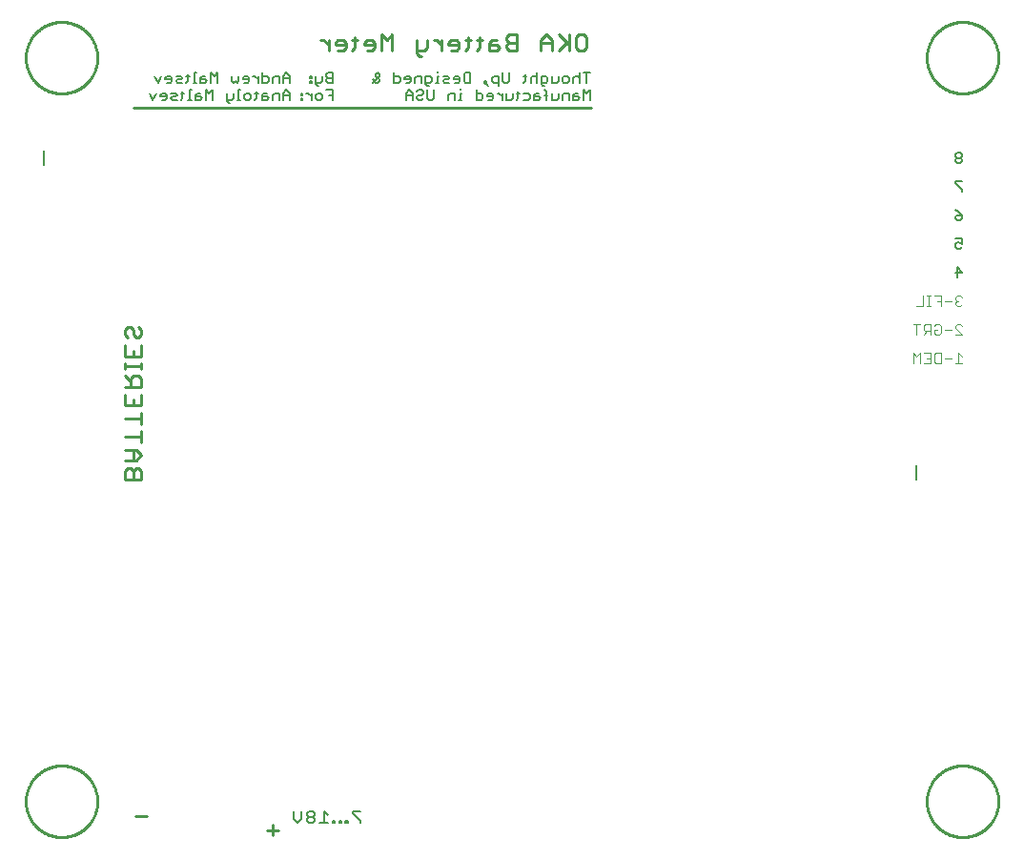
<source format=gbo>
G75*
%MOIN*%
%OFA0B0*%
%FSLAX25Y25*%
%IPPOS*%
%LPD*%
%AMOC8*
5,1,8,0,0,1.08239X$1,22.5*
%
%ADD10C,0.00800*%
%ADD11C,0.01000*%
%ADD12C,0.01100*%
%ADD13C,0.00600*%
%ADD14C,0.00400*%
D10*
X0097580Y0010635D02*
X0097580Y0013437D01*
X0100382Y0013437D02*
X0100382Y0010635D01*
X0098981Y0009233D01*
X0097580Y0010635D01*
X0102184Y0010635D02*
X0102184Y0009934D01*
X0102884Y0009233D01*
X0104286Y0009233D01*
X0104986Y0009934D01*
X0104986Y0010635D01*
X0104286Y0011335D01*
X0102884Y0011335D01*
X0102184Y0010635D01*
X0102884Y0011335D02*
X0102184Y0012036D01*
X0102184Y0012736D01*
X0102884Y0013437D01*
X0104286Y0013437D01*
X0104986Y0012736D01*
X0104986Y0012036D01*
X0104286Y0011335D01*
X0106788Y0009233D02*
X0109590Y0009233D01*
X0108189Y0009233D02*
X0108189Y0013437D01*
X0109590Y0012036D01*
X0111192Y0009934D02*
X0111192Y0009233D01*
X0111892Y0009233D01*
X0111892Y0009934D01*
X0111192Y0009934D01*
X0113494Y0009934D02*
X0113494Y0009233D01*
X0114194Y0009233D01*
X0114194Y0009934D01*
X0113494Y0009934D01*
X0115795Y0009934D02*
X0115795Y0009233D01*
X0116496Y0009233D01*
X0116496Y0009934D01*
X0115795Y0009934D01*
X0118298Y0012736D02*
X0121100Y0009934D01*
X0121100Y0009233D01*
X0121100Y0013437D02*
X0118298Y0013437D01*
X0118298Y0012736D01*
X0315425Y0129333D02*
X0315425Y0134333D01*
X0010425Y0239333D02*
X0010425Y0244333D01*
D11*
X0004000Y0016833D02*
X0004004Y0017140D01*
X0004015Y0017446D01*
X0004034Y0017753D01*
X0004060Y0018058D01*
X0004094Y0018363D01*
X0004135Y0018667D01*
X0004184Y0018970D01*
X0004240Y0019272D01*
X0004304Y0019572D01*
X0004375Y0019870D01*
X0004453Y0020167D01*
X0004538Y0020462D01*
X0004631Y0020754D01*
X0004731Y0021044D01*
X0004838Y0021332D01*
X0004952Y0021617D01*
X0005072Y0021899D01*
X0005200Y0022177D01*
X0005335Y0022453D01*
X0005476Y0022725D01*
X0005624Y0022994D01*
X0005778Y0023259D01*
X0005939Y0023520D01*
X0006107Y0023778D01*
X0006280Y0024031D01*
X0006460Y0024279D01*
X0006646Y0024523D01*
X0006837Y0024763D01*
X0007035Y0024998D01*
X0007238Y0025227D01*
X0007447Y0025452D01*
X0007661Y0025672D01*
X0007881Y0025886D01*
X0008106Y0026095D01*
X0008335Y0026298D01*
X0008570Y0026496D01*
X0008810Y0026687D01*
X0009054Y0026873D01*
X0009302Y0027053D01*
X0009555Y0027226D01*
X0009813Y0027394D01*
X0010074Y0027555D01*
X0010339Y0027709D01*
X0010608Y0027857D01*
X0010880Y0027998D01*
X0011156Y0028133D01*
X0011434Y0028261D01*
X0011716Y0028381D01*
X0012001Y0028495D01*
X0012289Y0028602D01*
X0012579Y0028702D01*
X0012871Y0028795D01*
X0013166Y0028880D01*
X0013463Y0028958D01*
X0013761Y0029029D01*
X0014061Y0029093D01*
X0014363Y0029149D01*
X0014666Y0029198D01*
X0014970Y0029239D01*
X0015275Y0029273D01*
X0015580Y0029299D01*
X0015887Y0029318D01*
X0016193Y0029329D01*
X0016500Y0029333D01*
X0016807Y0029329D01*
X0017113Y0029318D01*
X0017420Y0029299D01*
X0017725Y0029273D01*
X0018030Y0029239D01*
X0018334Y0029198D01*
X0018637Y0029149D01*
X0018939Y0029093D01*
X0019239Y0029029D01*
X0019537Y0028958D01*
X0019834Y0028880D01*
X0020129Y0028795D01*
X0020421Y0028702D01*
X0020711Y0028602D01*
X0020999Y0028495D01*
X0021284Y0028381D01*
X0021566Y0028261D01*
X0021844Y0028133D01*
X0022120Y0027998D01*
X0022392Y0027857D01*
X0022661Y0027709D01*
X0022926Y0027555D01*
X0023187Y0027394D01*
X0023445Y0027226D01*
X0023698Y0027053D01*
X0023946Y0026873D01*
X0024190Y0026687D01*
X0024430Y0026496D01*
X0024665Y0026298D01*
X0024894Y0026095D01*
X0025119Y0025886D01*
X0025339Y0025672D01*
X0025553Y0025452D01*
X0025762Y0025227D01*
X0025965Y0024998D01*
X0026163Y0024763D01*
X0026354Y0024523D01*
X0026540Y0024279D01*
X0026720Y0024031D01*
X0026893Y0023778D01*
X0027061Y0023520D01*
X0027222Y0023259D01*
X0027376Y0022994D01*
X0027524Y0022725D01*
X0027665Y0022453D01*
X0027800Y0022177D01*
X0027928Y0021899D01*
X0028048Y0021617D01*
X0028162Y0021332D01*
X0028269Y0021044D01*
X0028369Y0020754D01*
X0028462Y0020462D01*
X0028547Y0020167D01*
X0028625Y0019870D01*
X0028696Y0019572D01*
X0028760Y0019272D01*
X0028816Y0018970D01*
X0028865Y0018667D01*
X0028906Y0018363D01*
X0028940Y0018058D01*
X0028966Y0017753D01*
X0028985Y0017446D01*
X0028996Y0017140D01*
X0029000Y0016833D01*
X0028996Y0016526D01*
X0028985Y0016220D01*
X0028966Y0015913D01*
X0028940Y0015608D01*
X0028906Y0015303D01*
X0028865Y0014999D01*
X0028816Y0014696D01*
X0028760Y0014394D01*
X0028696Y0014094D01*
X0028625Y0013796D01*
X0028547Y0013499D01*
X0028462Y0013204D01*
X0028369Y0012912D01*
X0028269Y0012622D01*
X0028162Y0012334D01*
X0028048Y0012049D01*
X0027928Y0011767D01*
X0027800Y0011489D01*
X0027665Y0011213D01*
X0027524Y0010941D01*
X0027376Y0010672D01*
X0027222Y0010407D01*
X0027061Y0010146D01*
X0026893Y0009888D01*
X0026720Y0009635D01*
X0026540Y0009387D01*
X0026354Y0009143D01*
X0026163Y0008903D01*
X0025965Y0008668D01*
X0025762Y0008439D01*
X0025553Y0008214D01*
X0025339Y0007994D01*
X0025119Y0007780D01*
X0024894Y0007571D01*
X0024665Y0007368D01*
X0024430Y0007170D01*
X0024190Y0006979D01*
X0023946Y0006793D01*
X0023698Y0006613D01*
X0023445Y0006440D01*
X0023187Y0006272D01*
X0022926Y0006111D01*
X0022661Y0005957D01*
X0022392Y0005809D01*
X0022120Y0005668D01*
X0021844Y0005533D01*
X0021566Y0005405D01*
X0021284Y0005285D01*
X0020999Y0005171D01*
X0020711Y0005064D01*
X0020421Y0004964D01*
X0020129Y0004871D01*
X0019834Y0004786D01*
X0019537Y0004708D01*
X0019239Y0004637D01*
X0018939Y0004573D01*
X0018637Y0004517D01*
X0018334Y0004468D01*
X0018030Y0004427D01*
X0017725Y0004393D01*
X0017420Y0004367D01*
X0017113Y0004348D01*
X0016807Y0004337D01*
X0016500Y0004333D01*
X0016193Y0004337D01*
X0015887Y0004348D01*
X0015580Y0004367D01*
X0015275Y0004393D01*
X0014970Y0004427D01*
X0014666Y0004468D01*
X0014363Y0004517D01*
X0014061Y0004573D01*
X0013761Y0004637D01*
X0013463Y0004708D01*
X0013166Y0004786D01*
X0012871Y0004871D01*
X0012579Y0004964D01*
X0012289Y0005064D01*
X0012001Y0005171D01*
X0011716Y0005285D01*
X0011434Y0005405D01*
X0011156Y0005533D01*
X0010880Y0005668D01*
X0010608Y0005809D01*
X0010339Y0005957D01*
X0010074Y0006111D01*
X0009813Y0006272D01*
X0009555Y0006440D01*
X0009302Y0006613D01*
X0009054Y0006793D01*
X0008810Y0006979D01*
X0008570Y0007170D01*
X0008335Y0007368D01*
X0008106Y0007571D01*
X0007881Y0007780D01*
X0007661Y0007994D01*
X0007447Y0008214D01*
X0007238Y0008439D01*
X0007035Y0008668D01*
X0006837Y0008903D01*
X0006646Y0009143D01*
X0006460Y0009387D01*
X0006280Y0009635D01*
X0006107Y0009888D01*
X0005939Y0010146D01*
X0005778Y0010407D01*
X0005624Y0010672D01*
X0005476Y0010941D01*
X0005335Y0011213D01*
X0005200Y0011489D01*
X0005072Y0011767D01*
X0004952Y0012049D01*
X0004838Y0012334D01*
X0004731Y0012622D01*
X0004631Y0012912D01*
X0004538Y0013204D01*
X0004453Y0013499D01*
X0004375Y0013796D01*
X0004304Y0014094D01*
X0004240Y0014394D01*
X0004184Y0014696D01*
X0004135Y0014999D01*
X0004094Y0015303D01*
X0004060Y0015608D01*
X0004034Y0015913D01*
X0004015Y0016220D01*
X0004004Y0016526D01*
X0004000Y0016833D01*
X0041500Y0259333D02*
X0201500Y0259333D01*
X0199066Y0279333D02*
X0197198Y0279333D01*
X0196263Y0280267D01*
X0196263Y0284004D01*
X0197198Y0284938D01*
X0199066Y0284938D01*
X0200000Y0284004D01*
X0200000Y0280267D01*
X0199066Y0279333D01*
X0193923Y0279333D02*
X0193923Y0284938D01*
X0192989Y0282136D02*
X0190186Y0279333D01*
X0187846Y0279333D02*
X0187846Y0283070D01*
X0185977Y0284938D01*
X0184109Y0283070D01*
X0184109Y0279333D01*
X0184109Y0282136D02*
X0187846Y0282136D01*
X0190186Y0284938D02*
X0193923Y0281202D01*
X0175691Y0282136D02*
X0172889Y0282136D01*
X0171955Y0281202D01*
X0171955Y0280267D01*
X0172889Y0279333D01*
X0175691Y0279333D01*
X0175691Y0284938D01*
X0172889Y0284938D01*
X0171955Y0284004D01*
X0171955Y0283070D01*
X0172889Y0282136D01*
X0169614Y0280267D02*
X0168680Y0281202D01*
X0165878Y0281202D01*
X0165878Y0282136D02*
X0165878Y0279333D01*
X0168680Y0279333D01*
X0169614Y0280267D01*
X0168680Y0283070D02*
X0166812Y0283070D01*
X0165878Y0282136D01*
X0163537Y0283070D02*
X0161669Y0283070D01*
X0162603Y0284004D02*
X0162603Y0280267D01*
X0161669Y0279333D01*
X0158551Y0280267D02*
X0158551Y0284004D01*
X0159485Y0283070D02*
X0157617Y0283070D01*
X0155434Y0282136D02*
X0155434Y0280267D01*
X0154500Y0279333D01*
X0152632Y0279333D01*
X0151697Y0281202D02*
X0155434Y0281202D01*
X0155434Y0282136D02*
X0154500Y0283070D01*
X0152632Y0283070D01*
X0151697Y0282136D01*
X0151697Y0281202D01*
X0149357Y0281202D02*
X0147489Y0283070D01*
X0146554Y0283070D01*
X0144292Y0283070D02*
X0144292Y0280267D01*
X0143358Y0279333D01*
X0140556Y0279333D01*
X0140556Y0278399D02*
X0141490Y0277465D01*
X0142424Y0277465D01*
X0140556Y0278399D02*
X0140556Y0283070D01*
X0149357Y0283070D02*
X0149357Y0279333D01*
X0157617Y0279333D02*
X0158551Y0280267D01*
X0132138Y0279333D02*
X0132138Y0284938D01*
X0130270Y0283070D01*
X0128402Y0284938D01*
X0128402Y0279333D01*
X0126061Y0280267D02*
X0126061Y0282136D01*
X0125127Y0283070D01*
X0123258Y0283070D01*
X0122324Y0282136D01*
X0122324Y0281202D01*
X0126061Y0281202D01*
X0126061Y0280267D02*
X0125127Y0279333D01*
X0123258Y0279333D01*
X0119050Y0280267D02*
X0119050Y0284004D01*
X0119984Y0283070D02*
X0118115Y0283070D01*
X0115932Y0282136D02*
X0114998Y0283070D01*
X0113130Y0283070D01*
X0112196Y0282136D01*
X0112196Y0281202D01*
X0115932Y0281202D01*
X0115932Y0282136D02*
X0115932Y0280267D01*
X0114998Y0279333D01*
X0113130Y0279333D01*
X0109855Y0279333D02*
X0109855Y0283070D01*
X0107987Y0283070D02*
X0107053Y0283070D01*
X0107987Y0283070D02*
X0109855Y0281202D01*
X0118115Y0279333D02*
X0119050Y0280267D01*
X0004000Y0276833D02*
X0004004Y0277140D01*
X0004015Y0277446D01*
X0004034Y0277753D01*
X0004060Y0278058D01*
X0004094Y0278363D01*
X0004135Y0278667D01*
X0004184Y0278970D01*
X0004240Y0279272D01*
X0004304Y0279572D01*
X0004375Y0279870D01*
X0004453Y0280167D01*
X0004538Y0280462D01*
X0004631Y0280754D01*
X0004731Y0281044D01*
X0004838Y0281332D01*
X0004952Y0281617D01*
X0005072Y0281899D01*
X0005200Y0282177D01*
X0005335Y0282453D01*
X0005476Y0282725D01*
X0005624Y0282994D01*
X0005778Y0283259D01*
X0005939Y0283520D01*
X0006107Y0283778D01*
X0006280Y0284031D01*
X0006460Y0284279D01*
X0006646Y0284523D01*
X0006837Y0284763D01*
X0007035Y0284998D01*
X0007238Y0285227D01*
X0007447Y0285452D01*
X0007661Y0285672D01*
X0007881Y0285886D01*
X0008106Y0286095D01*
X0008335Y0286298D01*
X0008570Y0286496D01*
X0008810Y0286687D01*
X0009054Y0286873D01*
X0009302Y0287053D01*
X0009555Y0287226D01*
X0009813Y0287394D01*
X0010074Y0287555D01*
X0010339Y0287709D01*
X0010608Y0287857D01*
X0010880Y0287998D01*
X0011156Y0288133D01*
X0011434Y0288261D01*
X0011716Y0288381D01*
X0012001Y0288495D01*
X0012289Y0288602D01*
X0012579Y0288702D01*
X0012871Y0288795D01*
X0013166Y0288880D01*
X0013463Y0288958D01*
X0013761Y0289029D01*
X0014061Y0289093D01*
X0014363Y0289149D01*
X0014666Y0289198D01*
X0014970Y0289239D01*
X0015275Y0289273D01*
X0015580Y0289299D01*
X0015887Y0289318D01*
X0016193Y0289329D01*
X0016500Y0289333D01*
X0016807Y0289329D01*
X0017113Y0289318D01*
X0017420Y0289299D01*
X0017725Y0289273D01*
X0018030Y0289239D01*
X0018334Y0289198D01*
X0018637Y0289149D01*
X0018939Y0289093D01*
X0019239Y0289029D01*
X0019537Y0288958D01*
X0019834Y0288880D01*
X0020129Y0288795D01*
X0020421Y0288702D01*
X0020711Y0288602D01*
X0020999Y0288495D01*
X0021284Y0288381D01*
X0021566Y0288261D01*
X0021844Y0288133D01*
X0022120Y0287998D01*
X0022392Y0287857D01*
X0022661Y0287709D01*
X0022926Y0287555D01*
X0023187Y0287394D01*
X0023445Y0287226D01*
X0023698Y0287053D01*
X0023946Y0286873D01*
X0024190Y0286687D01*
X0024430Y0286496D01*
X0024665Y0286298D01*
X0024894Y0286095D01*
X0025119Y0285886D01*
X0025339Y0285672D01*
X0025553Y0285452D01*
X0025762Y0285227D01*
X0025965Y0284998D01*
X0026163Y0284763D01*
X0026354Y0284523D01*
X0026540Y0284279D01*
X0026720Y0284031D01*
X0026893Y0283778D01*
X0027061Y0283520D01*
X0027222Y0283259D01*
X0027376Y0282994D01*
X0027524Y0282725D01*
X0027665Y0282453D01*
X0027800Y0282177D01*
X0027928Y0281899D01*
X0028048Y0281617D01*
X0028162Y0281332D01*
X0028269Y0281044D01*
X0028369Y0280754D01*
X0028462Y0280462D01*
X0028547Y0280167D01*
X0028625Y0279870D01*
X0028696Y0279572D01*
X0028760Y0279272D01*
X0028816Y0278970D01*
X0028865Y0278667D01*
X0028906Y0278363D01*
X0028940Y0278058D01*
X0028966Y0277753D01*
X0028985Y0277446D01*
X0028996Y0277140D01*
X0029000Y0276833D01*
X0028996Y0276526D01*
X0028985Y0276220D01*
X0028966Y0275913D01*
X0028940Y0275608D01*
X0028906Y0275303D01*
X0028865Y0274999D01*
X0028816Y0274696D01*
X0028760Y0274394D01*
X0028696Y0274094D01*
X0028625Y0273796D01*
X0028547Y0273499D01*
X0028462Y0273204D01*
X0028369Y0272912D01*
X0028269Y0272622D01*
X0028162Y0272334D01*
X0028048Y0272049D01*
X0027928Y0271767D01*
X0027800Y0271489D01*
X0027665Y0271213D01*
X0027524Y0270941D01*
X0027376Y0270672D01*
X0027222Y0270407D01*
X0027061Y0270146D01*
X0026893Y0269888D01*
X0026720Y0269635D01*
X0026540Y0269387D01*
X0026354Y0269143D01*
X0026163Y0268903D01*
X0025965Y0268668D01*
X0025762Y0268439D01*
X0025553Y0268214D01*
X0025339Y0267994D01*
X0025119Y0267780D01*
X0024894Y0267571D01*
X0024665Y0267368D01*
X0024430Y0267170D01*
X0024190Y0266979D01*
X0023946Y0266793D01*
X0023698Y0266613D01*
X0023445Y0266440D01*
X0023187Y0266272D01*
X0022926Y0266111D01*
X0022661Y0265957D01*
X0022392Y0265809D01*
X0022120Y0265668D01*
X0021844Y0265533D01*
X0021566Y0265405D01*
X0021284Y0265285D01*
X0020999Y0265171D01*
X0020711Y0265064D01*
X0020421Y0264964D01*
X0020129Y0264871D01*
X0019834Y0264786D01*
X0019537Y0264708D01*
X0019239Y0264637D01*
X0018939Y0264573D01*
X0018637Y0264517D01*
X0018334Y0264468D01*
X0018030Y0264427D01*
X0017725Y0264393D01*
X0017420Y0264367D01*
X0017113Y0264348D01*
X0016807Y0264337D01*
X0016500Y0264333D01*
X0016193Y0264337D01*
X0015887Y0264348D01*
X0015580Y0264367D01*
X0015275Y0264393D01*
X0014970Y0264427D01*
X0014666Y0264468D01*
X0014363Y0264517D01*
X0014061Y0264573D01*
X0013761Y0264637D01*
X0013463Y0264708D01*
X0013166Y0264786D01*
X0012871Y0264871D01*
X0012579Y0264964D01*
X0012289Y0265064D01*
X0012001Y0265171D01*
X0011716Y0265285D01*
X0011434Y0265405D01*
X0011156Y0265533D01*
X0010880Y0265668D01*
X0010608Y0265809D01*
X0010339Y0265957D01*
X0010074Y0266111D01*
X0009813Y0266272D01*
X0009555Y0266440D01*
X0009302Y0266613D01*
X0009054Y0266793D01*
X0008810Y0266979D01*
X0008570Y0267170D01*
X0008335Y0267368D01*
X0008106Y0267571D01*
X0007881Y0267780D01*
X0007661Y0267994D01*
X0007447Y0268214D01*
X0007238Y0268439D01*
X0007035Y0268668D01*
X0006837Y0268903D01*
X0006646Y0269143D01*
X0006460Y0269387D01*
X0006280Y0269635D01*
X0006107Y0269888D01*
X0005939Y0270146D01*
X0005778Y0270407D01*
X0005624Y0270672D01*
X0005476Y0270941D01*
X0005335Y0271213D01*
X0005200Y0271489D01*
X0005072Y0271767D01*
X0004952Y0272049D01*
X0004838Y0272334D01*
X0004731Y0272622D01*
X0004631Y0272912D01*
X0004538Y0273204D01*
X0004453Y0273499D01*
X0004375Y0273796D01*
X0004304Y0274094D01*
X0004240Y0274394D01*
X0004184Y0274696D01*
X0004135Y0274999D01*
X0004094Y0275303D01*
X0004060Y0275608D01*
X0004034Y0275913D01*
X0004015Y0276220D01*
X0004004Y0276526D01*
X0004000Y0276833D01*
X0319000Y0276833D02*
X0319004Y0277140D01*
X0319015Y0277446D01*
X0319034Y0277753D01*
X0319060Y0278058D01*
X0319094Y0278363D01*
X0319135Y0278667D01*
X0319184Y0278970D01*
X0319240Y0279272D01*
X0319304Y0279572D01*
X0319375Y0279870D01*
X0319453Y0280167D01*
X0319538Y0280462D01*
X0319631Y0280754D01*
X0319731Y0281044D01*
X0319838Y0281332D01*
X0319952Y0281617D01*
X0320072Y0281899D01*
X0320200Y0282177D01*
X0320335Y0282453D01*
X0320476Y0282725D01*
X0320624Y0282994D01*
X0320778Y0283259D01*
X0320939Y0283520D01*
X0321107Y0283778D01*
X0321280Y0284031D01*
X0321460Y0284279D01*
X0321646Y0284523D01*
X0321837Y0284763D01*
X0322035Y0284998D01*
X0322238Y0285227D01*
X0322447Y0285452D01*
X0322661Y0285672D01*
X0322881Y0285886D01*
X0323106Y0286095D01*
X0323335Y0286298D01*
X0323570Y0286496D01*
X0323810Y0286687D01*
X0324054Y0286873D01*
X0324302Y0287053D01*
X0324555Y0287226D01*
X0324813Y0287394D01*
X0325074Y0287555D01*
X0325339Y0287709D01*
X0325608Y0287857D01*
X0325880Y0287998D01*
X0326156Y0288133D01*
X0326434Y0288261D01*
X0326716Y0288381D01*
X0327001Y0288495D01*
X0327289Y0288602D01*
X0327579Y0288702D01*
X0327871Y0288795D01*
X0328166Y0288880D01*
X0328463Y0288958D01*
X0328761Y0289029D01*
X0329061Y0289093D01*
X0329363Y0289149D01*
X0329666Y0289198D01*
X0329970Y0289239D01*
X0330275Y0289273D01*
X0330580Y0289299D01*
X0330887Y0289318D01*
X0331193Y0289329D01*
X0331500Y0289333D01*
X0331807Y0289329D01*
X0332113Y0289318D01*
X0332420Y0289299D01*
X0332725Y0289273D01*
X0333030Y0289239D01*
X0333334Y0289198D01*
X0333637Y0289149D01*
X0333939Y0289093D01*
X0334239Y0289029D01*
X0334537Y0288958D01*
X0334834Y0288880D01*
X0335129Y0288795D01*
X0335421Y0288702D01*
X0335711Y0288602D01*
X0335999Y0288495D01*
X0336284Y0288381D01*
X0336566Y0288261D01*
X0336844Y0288133D01*
X0337120Y0287998D01*
X0337392Y0287857D01*
X0337661Y0287709D01*
X0337926Y0287555D01*
X0338187Y0287394D01*
X0338445Y0287226D01*
X0338698Y0287053D01*
X0338946Y0286873D01*
X0339190Y0286687D01*
X0339430Y0286496D01*
X0339665Y0286298D01*
X0339894Y0286095D01*
X0340119Y0285886D01*
X0340339Y0285672D01*
X0340553Y0285452D01*
X0340762Y0285227D01*
X0340965Y0284998D01*
X0341163Y0284763D01*
X0341354Y0284523D01*
X0341540Y0284279D01*
X0341720Y0284031D01*
X0341893Y0283778D01*
X0342061Y0283520D01*
X0342222Y0283259D01*
X0342376Y0282994D01*
X0342524Y0282725D01*
X0342665Y0282453D01*
X0342800Y0282177D01*
X0342928Y0281899D01*
X0343048Y0281617D01*
X0343162Y0281332D01*
X0343269Y0281044D01*
X0343369Y0280754D01*
X0343462Y0280462D01*
X0343547Y0280167D01*
X0343625Y0279870D01*
X0343696Y0279572D01*
X0343760Y0279272D01*
X0343816Y0278970D01*
X0343865Y0278667D01*
X0343906Y0278363D01*
X0343940Y0278058D01*
X0343966Y0277753D01*
X0343985Y0277446D01*
X0343996Y0277140D01*
X0344000Y0276833D01*
X0343996Y0276526D01*
X0343985Y0276220D01*
X0343966Y0275913D01*
X0343940Y0275608D01*
X0343906Y0275303D01*
X0343865Y0274999D01*
X0343816Y0274696D01*
X0343760Y0274394D01*
X0343696Y0274094D01*
X0343625Y0273796D01*
X0343547Y0273499D01*
X0343462Y0273204D01*
X0343369Y0272912D01*
X0343269Y0272622D01*
X0343162Y0272334D01*
X0343048Y0272049D01*
X0342928Y0271767D01*
X0342800Y0271489D01*
X0342665Y0271213D01*
X0342524Y0270941D01*
X0342376Y0270672D01*
X0342222Y0270407D01*
X0342061Y0270146D01*
X0341893Y0269888D01*
X0341720Y0269635D01*
X0341540Y0269387D01*
X0341354Y0269143D01*
X0341163Y0268903D01*
X0340965Y0268668D01*
X0340762Y0268439D01*
X0340553Y0268214D01*
X0340339Y0267994D01*
X0340119Y0267780D01*
X0339894Y0267571D01*
X0339665Y0267368D01*
X0339430Y0267170D01*
X0339190Y0266979D01*
X0338946Y0266793D01*
X0338698Y0266613D01*
X0338445Y0266440D01*
X0338187Y0266272D01*
X0337926Y0266111D01*
X0337661Y0265957D01*
X0337392Y0265809D01*
X0337120Y0265668D01*
X0336844Y0265533D01*
X0336566Y0265405D01*
X0336284Y0265285D01*
X0335999Y0265171D01*
X0335711Y0265064D01*
X0335421Y0264964D01*
X0335129Y0264871D01*
X0334834Y0264786D01*
X0334537Y0264708D01*
X0334239Y0264637D01*
X0333939Y0264573D01*
X0333637Y0264517D01*
X0333334Y0264468D01*
X0333030Y0264427D01*
X0332725Y0264393D01*
X0332420Y0264367D01*
X0332113Y0264348D01*
X0331807Y0264337D01*
X0331500Y0264333D01*
X0331193Y0264337D01*
X0330887Y0264348D01*
X0330580Y0264367D01*
X0330275Y0264393D01*
X0329970Y0264427D01*
X0329666Y0264468D01*
X0329363Y0264517D01*
X0329061Y0264573D01*
X0328761Y0264637D01*
X0328463Y0264708D01*
X0328166Y0264786D01*
X0327871Y0264871D01*
X0327579Y0264964D01*
X0327289Y0265064D01*
X0327001Y0265171D01*
X0326716Y0265285D01*
X0326434Y0265405D01*
X0326156Y0265533D01*
X0325880Y0265668D01*
X0325608Y0265809D01*
X0325339Y0265957D01*
X0325074Y0266111D01*
X0324813Y0266272D01*
X0324555Y0266440D01*
X0324302Y0266613D01*
X0324054Y0266793D01*
X0323810Y0266979D01*
X0323570Y0267170D01*
X0323335Y0267368D01*
X0323106Y0267571D01*
X0322881Y0267780D01*
X0322661Y0267994D01*
X0322447Y0268214D01*
X0322238Y0268439D01*
X0322035Y0268668D01*
X0321837Y0268903D01*
X0321646Y0269143D01*
X0321460Y0269387D01*
X0321280Y0269635D01*
X0321107Y0269888D01*
X0320939Y0270146D01*
X0320778Y0270407D01*
X0320624Y0270672D01*
X0320476Y0270941D01*
X0320335Y0271213D01*
X0320200Y0271489D01*
X0320072Y0271767D01*
X0319952Y0272049D01*
X0319838Y0272334D01*
X0319731Y0272622D01*
X0319631Y0272912D01*
X0319538Y0273204D01*
X0319453Y0273499D01*
X0319375Y0273796D01*
X0319304Y0274094D01*
X0319240Y0274394D01*
X0319184Y0274696D01*
X0319135Y0274999D01*
X0319094Y0275303D01*
X0319060Y0275608D01*
X0319034Y0275913D01*
X0319015Y0276220D01*
X0319004Y0276526D01*
X0319000Y0276833D01*
X0319000Y0016833D02*
X0319004Y0017140D01*
X0319015Y0017446D01*
X0319034Y0017753D01*
X0319060Y0018058D01*
X0319094Y0018363D01*
X0319135Y0018667D01*
X0319184Y0018970D01*
X0319240Y0019272D01*
X0319304Y0019572D01*
X0319375Y0019870D01*
X0319453Y0020167D01*
X0319538Y0020462D01*
X0319631Y0020754D01*
X0319731Y0021044D01*
X0319838Y0021332D01*
X0319952Y0021617D01*
X0320072Y0021899D01*
X0320200Y0022177D01*
X0320335Y0022453D01*
X0320476Y0022725D01*
X0320624Y0022994D01*
X0320778Y0023259D01*
X0320939Y0023520D01*
X0321107Y0023778D01*
X0321280Y0024031D01*
X0321460Y0024279D01*
X0321646Y0024523D01*
X0321837Y0024763D01*
X0322035Y0024998D01*
X0322238Y0025227D01*
X0322447Y0025452D01*
X0322661Y0025672D01*
X0322881Y0025886D01*
X0323106Y0026095D01*
X0323335Y0026298D01*
X0323570Y0026496D01*
X0323810Y0026687D01*
X0324054Y0026873D01*
X0324302Y0027053D01*
X0324555Y0027226D01*
X0324813Y0027394D01*
X0325074Y0027555D01*
X0325339Y0027709D01*
X0325608Y0027857D01*
X0325880Y0027998D01*
X0326156Y0028133D01*
X0326434Y0028261D01*
X0326716Y0028381D01*
X0327001Y0028495D01*
X0327289Y0028602D01*
X0327579Y0028702D01*
X0327871Y0028795D01*
X0328166Y0028880D01*
X0328463Y0028958D01*
X0328761Y0029029D01*
X0329061Y0029093D01*
X0329363Y0029149D01*
X0329666Y0029198D01*
X0329970Y0029239D01*
X0330275Y0029273D01*
X0330580Y0029299D01*
X0330887Y0029318D01*
X0331193Y0029329D01*
X0331500Y0029333D01*
X0331807Y0029329D01*
X0332113Y0029318D01*
X0332420Y0029299D01*
X0332725Y0029273D01*
X0333030Y0029239D01*
X0333334Y0029198D01*
X0333637Y0029149D01*
X0333939Y0029093D01*
X0334239Y0029029D01*
X0334537Y0028958D01*
X0334834Y0028880D01*
X0335129Y0028795D01*
X0335421Y0028702D01*
X0335711Y0028602D01*
X0335999Y0028495D01*
X0336284Y0028381D01*
X0336566Y0028261D01*
X0336844Y0028133D01*
X0337120Y0027998D01*
X0337392Y0027857D01*
X0337661Y0027709D01*
X0337926Y0027555D01*
X0338187Y0027394D01*
X0338445Y0027226D01*
X0338698Y0027053D01*
X0338946Y0026873D01*
X0339190Y0026687D01*
X0339430Y0026496D01*
X0339665Y0026298D01*
X0339894Y0026095D01*
X0340119Y0025886D01*
X0340339Y0025672D01*
X0340553Y0025452D01*
X0340762Y0025227D01*
X0340965Y0024998D01*
X0341163Y0024763D01*
X0341354Y0024523D01*
X0341540Y0024279D01*
X0341720Y0024031D01*
X0341893Y0023778D01*
X0342061Y0023520D01*
X0342222Y0023259D01*
X0342376Y0022994D01*
X0342524Y0022725D01*
X0342665Y0022453D01*
X0342800Y0022177D01*
X0342928Y0021899D01*
X0343048Y0021617D01*
X0343162Y0021332D01*
X0343269Y0021044D01*
X0343369Y0020754D01*
X0343462Y0020462D01*
X0343547Y0020167D01*
X0343625Y0019870D01*
X0343696Y0019572D01*
X0343760Y0019272D01*
X0343816Y0018970D01*
X0343865Y0018667D01*
X0343906Y0018363D01*
X0343940Y0018058D01*
X0343966Y0017753D01*
X0343985Y0017446D01*
X0343996Y0017140D01*
X0344000Y0016833D01*
X0343996Y0016526D01*
X0343985Y0016220D01*
X0343966Y0015913D01*
X0343940Y0015608D01*
X0343906Y0015303D01*
X0343865Y0014999D01*
X0343816Y0014696D01*
X0343760Y0014394D01*
X0343696Y0014094D01*
X0343625Y0013796D01*
X0343547Y0013499D01*
X0343462Y0013204D01*
X0343369Y0012912D01*
X0343269Y0012622D01*
X0343162Y0012334D01*
X0343048Y0012049D01*
X0342928Y0011767D01*
X0342800Y0011489D01*
X0342665Y0011213D01*
X0342524Y0010941D01*
X0342376Y0010672D01*
X0342222Y0010407D01*
X0342061Y0010146D01*
X0341893Y0009888D01*
X0341720Y0009635D01*
X0341540Y0009387D01*
X0341354Y0009143D01*
X0341163Y0008903D01*
X0340965Y0008668D01*
X0340762Y0008439D01*
X0340553Y0008214D01*
X0340339Y0007994D01*
X0340119Y0007780D01*
X0339894Y0007571D01*
X0339665Y0007368D01*
X0339430Y0007170D01*
X0339190Y0006979D01*
X0338946Y0006793D01*
X0338698Y0006613D01*
X0338445Y0006440D01*
X0338187Y0006272D01*
X0337926Y0006111D01*
X0337661Y0005957D01*
X0337392Y0005809D01*
X0337120Y0005668D01*
X0336844Y0005533D01*
X0336566Y0005405D01*
X0336284Y0005285D01*
X0335999Y0005171D01*
X0335711Y0005064D01*
X0335421Y0004964D01*
X0335129Y0004871D01*
X0334834Y0004786D01*
X0334537Y0004708D01*
X0334239Y0004637D01*
X0333939Y0004573D01*
X0333637Y0004517D01*
X0333334Y0004468D01*
X0333030Y0004427D01*
X0332725Y0004393D01*
X0332420Y0004367D01*
X0332113Y0004348D01*
X0331807Y0004337D01*
X0331500Y0004333D01*
X0331193Y0004337D01*
X0330887Y0004348D01*
X0330580Y0004367D01*
X0330275Y0004393D01*
X0329970Y0004427D01*
X0329666Y0004468D01*
X0329363Y0004517D01*
X0329061Y0004573D01*
X0328761Y0004637D01*
X0328463Y0004708D01*
X0328166Y0004786D01*
X0327871Y0004871D01*
X0327579Y0004964D01*
X0327289Y0005064D01*
X0327001Y0005171D01*
X0326716Y0005285D01*
X0326434Y0005405D01*
X0326156Y0005533D01*
X0325880Y0005668D01*
X0325608Y0005809D01*
X0325339Y0005957D01*
X0325074Y0006111D01*
X0324813Y0006272D01*
X0324555Y0006440D01*
X0324302Y0006613D01*
X0324054Y0006793D01*
X0323810Y0006979D01*
X0323570Y0007170D01*
X0323335Y0007368D01*
X0323106Y0007571D01*
X0322881Y0007780D01*
X0322661Y0007994D01*
X0322447Y0008214D01*
X0322238Y0008439D01*
X0322035Y0008668D01*
X0321837Y0008903D01*
X0321646Y0009143D01*
X0321460Y0009387D01*
X0321280Y0009635D01*
X0321107Y0009888D01*
X0320939Y0010146D01*
X0320778Y0010407D01*
X0320624Y0010672D01*
X0320476Y0010941D01*
X0320335Y0011213D01*
X0320200Y0011489D01*
X0320072Y0011767D01*
X0319952Y0012049D01*
X0319838Y0012334D01*
X0319731Y0012622D01*
X0319631Y0012912D01*
X0319538Y0013204D01*
X0319453Y0013499D01*
X0319375Y0013796D01*
X0319304Y0014094D01*
X0319240Y0014394D01*
X0319184Y0014696D01*
X0319135Y0014999D01*
X0319094Y0015303D01*
X0319060Y0015608D01*
X0319034Y0015913D01*
X0319015Y0016220D01*
X0319004Y0016526D01*
X0319000Y0016833D01*
D12*
X0092173Y0006836D02*
X0088236Y0006836D01*
X0090204Y0008804D02*
X0090204Y0004867D01*
X0046173Y0011836D02*
X0042236Y0011836D01*
X0041503Y0129453D02*
X0041503Y0132405D01*
X0040518Y0133389D01*
X0039534Y0133389D01*
X0038550Y0132405D01*
X0038550Y0129453D01*
X0044455Y0129453D01*
X0044455Y0132405D01*
X0043471Y0133389D01*
X0042487Y0133389D01*
X0041503Y0132405D01*
X0041503Y0135898D02*
X0041503Y0139835D01*
X0042487Y0139835D02*
X0038550Y0139835D01*
X0042487Y0139835D02*
X0044455Y0137867D01*
X0042487Y0135898D01*
X0038550Y0135898D01*
X0044455Y0142344D02*
X0044455Y0146280D01*
X0044455Y0144312D02*
X0038550Y0144312D01*
X0044455Y0148789D02*
X0044455Y0152726D01*
X0044455Y0150758D02*
X0038550Y0150758D01*
X0038550Y0155235D02*
X0038550Y0159171D01*
X0038550Y0161680D02*
X0044455Y0161680D01*
X0044455Y0164633D01*
X0043471Y0165617D01*
X0041503Y0165617D01*
X0040518Y0164633D01*
X0040518Y0161680D01*
X0040518Y0163649D02*
X0038550Y0165617D01*
X0038550Y0168126D02*
X0038550Y0170094D01*
X0038550Y0169110D02*
X0044455Y0169110D01*
X0044455Y0168126D02*
X0044455Y0170094D01*
X0044455Y0172423D02*
X0038550Y0172423D01*
X0038550Y0176359D01*
X0039534Y0178868D02*
X0038550Y0179852D01*
X0038550Y0181821D01*
X0039534Y0182805D01*
X0040518Y0182805D01*
X0041503Y0181821D01*
X0041503Y0179852D01*
X0042487Y0178868D01*
X0043471Y0178868D01*
X0044455Y0179852D01*
X0044455Y0181821D01*
X0043471Y0182805D01*
X0044455Y0176359D02*
X0044455Y0172423D01*
X0041503Y0172423D02*
X0041503Y0174391D01*
X0044455Y0159171D02*
X0044455Y0155235D01*
X0038550Y0155235D01*
X0041503Y0155235D02*
X0041503Y0157203D01*
D13*
X0074855Y0260999D02*
X0075422Y0260999D01*
X0074855Y0260999D02*
X0074288Y0261566D01*
X0074288Y0264402D01*
X0076557Y0264402D02*
X0076557Y0262700D01*
X0075989Y0262133D01*
X0074288Y0262133D01*
X0077878Y0262133D02*
X0079012Y0262133D01*
X0078445Y0262133D02*
X0078445Y0265536D01*
X0079012Y0265536D01*
X0080427Y0263835D02*
X0080994Y0264402D01*
X0082128Y0264402D01*
X0082695Y0263835D01*
X0082695Y0262700D01*
X0082128Y0262133D01*
X0080994Y0262133D01*
X0080427Y0262700D01*
X0080427Y0263835D01*
X0084016Y0264402D02*
X0085151Y0264402D01*
X0084583Y0264969D02*
X0084583Y0262700D01*
X0084016Y0262133D01*
X0086565Y0262133D02*
X0088267Y0262133D01*
X0088834Y0262700D01*
X0088267Y0263268D01*
X0086565Y0263268D01*
X0086565Y0263835D02*
X0086565Y0262133D01*
X0086565Y0263835D02*
X0087132Y0264402D01*
X0088267Y0264402D01*
X0090248Y0263835D02*
X0090248Y0262133D01*
X0090248Y0263835D02*
X0090815Y0264402D01*
X0092517Y0264402D01*
X0092517Y0262133D01*
X0093931Y0262133D02*
X0093931Y0264402D01*
X0095066Y0265536D01*
X0096200Y0264402D01*
X0096200Y0262133D01*
X0096200Y0263835D02*
X0093931Y0263835D01*
X0093931Y0268133D02*
X0093931Y0270402D01*
X0095066Y0271536D01*
X0096200Y0270402D01*
X0096200Y0268133D01*
X0096200Y0269835D02*
X0093931Y0269835D01*
X0092517Y0270402D02*
X0092517Y0268133D01*
X0090248Y0268133D02*
X0090248Y0269835D01*
X0090815Y0270402D01*
X0092517Y0270402D01*
X0088834Y0269835D02*
X0088267Y0270402D01*
X0086565Y0270402D01*
X0086565Y0271536D02*
X0086565Y0268133D01*
X0088267Y0268133D01*
X0088834Y0268700D01*
X0088834Y0269835D01*
X0085151Y0270402D02*
X0085151Y0268133D01*
X0085151Y0269268D02*
X0084016Y0270402D01*
X0083449Y0270402D01*
X0082081Y0269835D02*
X0081514Y0270402D01*
X0080380Y0270402D01*
X0079813Y0269835D01*
X0079813Y0269268D01*
X0082081Y0269268D01*
X0082081Y0269835D02*
X0082081Y0268700D01*
X0081514Y0268133D01*
X0080380Y0268133D01*
X0078398Y0268700D02*
X0078398Y0270402D01*
X0078398Y0268700D02*
X0077831Y0268133D01*
X0077264Y0268700D01*
X0076697Y0268133D01*
X0076130Y0268700D01*
X0076130Y0270402D01*
X0071032Y0271536D02*
X0071032Y0268133D01*
X0068763Y0268133D02*
X0068763Y0271536D01*
X0069898Y0270402D01*
X0071032Y0271536D01*
X0066782Y0270402D02*
X0065647Y0270402D01*
X0065080Y0269835D01*
X0065080Y0268133D01*
X0066782Y0268133D01*
X0067349Y0268700D01*
X0066782Y0269268D01*
X0065080Y0269268D01*
X0063666Y0268133D02*
X0062531Y0268133D01*
X0063098Y0268133D02*
X0063098Y0271536D01*
X0063666Y0271536D01*
X0061210Y0270402D02*
X0060076Y0270402D01*
X0060643Y0270969D02*
X0060643Y0268700D01*
X0060076Y0268133D01*
X0058755Y0268133D02*
X0057053Y0268133D01*
X0056486Y0268700D01*
X0057053Y0269268D01*
X0058188Y0269268D01*
X0058755Y0269835D01*
X0058188Y0270402D01*
X0056486Y0270402D01*
X0055072Y0269835D02*
X0054504Y0270402D01*
X0053370Y0270402D01*
X0052803Y0269835D01*
X0052803Y0269268D01*
X0055072Y0269268D01*
X0055072Y0269835D02*
X0055072Y0268700D01*
X0054504Y0268133D01*
X0053370Y0268133D01*
X0051388Y0270402D02*
X0050254Y0268133D01*
X0049120Y0270402D01*
X0049547Y0264402D02*
X0048413Y0262133D01*
X0047278Y0264402D01*
X0050961Y0263835D02*
X0050961Y0263268D01*
X0053230Y0263268D01*
X0053230Y0263835D02*
X0052663Y0264402D01*
X0051529Y0264402D01*
X0050961Y0263835D01*
X0051529Y0262133D02*
X0052663Y0262133D01*
X0053230Y0262700D01*
X0053230Y0263835D01*
X0054645Y0264402D02*
X0056346Y0264402D01*
X0056913Y0263835D01*
X0056346Y0263268D01*
X0055212Y0263268D01*
X0054645Y0262700D01*
X0055212Y0262133D01*
X0056913Y0262133D01*
X0058234Y0262133D02*
X0058801Y0262700D01*
X0058801Y0264969D01*
X0058234Y0264402D02*
X0059369Y0264402D01*
X0061257Y0265536D02*
X0061257Y0262133D01*
X0061824Y0262133D02*
X0060690Y0262133D01*
X0063239Y0262133D02*
X0064940Y0262133D01*
X0065507Y0262700D01*
X0064940Y0263268D01*
X0063239Y0263268D01*
X0063239Y0263835D02*
X0063239Y0262133D01*
X0063239Y0263835D02*
X0063806Y0264402D01*
X0064940Y0264402D01*
X0066922Y0265536D02*
X0066922Y0262133D01*
X0069190Y0262133D02*
X0069190Y0265536D01*
X0068056Y0264402D01*
X0066922Y0265536D01*
X0061824Y0265536D02*
X0061257Y0265536D01*
X0100197Y0264402D02*
X0100197Y0263835D01*
X0100764Y0263835D01*
X0100764Y0264402D01*
X0100197Y0264402D01*
X0100197Y0262700D02*
X0100197Y0262133D01*
X0100764Y0262133D01*
X0100764Y0262700D01*
X0100197Y0262700D01*
X0102132Y0264402D02*
X0102699Y0264402D01*
X0103834Y0263268D01*
X0103834Y0264402D02*
X0103834Y0262133D01*
X0105248Y0262700D02*
X0105248Y0263835D01*
X0105815Y0264402D01*
X0106950Y0264402D01*
X0107517Y0263835D01*
X0107517Y0262700D01*
X0106950Y0262133D01*
X0105815Y0262133D01*
X0105248Y0262700D01*
X0108931Y0265536D02*
X0111200Y0265536D01*
X0111200Y0262133D01*
X0111200Y0263835D02*
X0110066Y0263835D01*
X0109499Y0268133D02*
X0111200Y0268133D01*
X0111200Y0271536D01*
X0109499Y0271536D01*
X0108931Y0270969D01*
X0108931Y0270402D01*
X0109499Y0269835D01*
X0111200Y0269835D01*
X0109499Y0269835D02*
X0108931Y0269268D01*
X0108931Y0268700D01*
X0109499Y0268133D01*
X0107517Y0268700D02*
X0107517Y0270402D01*
X0107517Y0268700D02*
X0106950Y0268133D01*
X0105248Y0268133D01*
X0105248Y0267566D02*
X0105815Y0266999D01*
X0106383Y0266999D01*
X0105248Y0267566D02*
X0105248Y0270402D01*
X0103834Y0270402D02*
X0103834Y0269835D01*
X0103267Y0269835D01*
X0103267Y0270402D01*
X0103834Y0270402D01*
X0103834Y0268700D02*
X0103834Y0268133D01*
X0103267Y0268133D01*
X0103267Y0268700D01*
X0103834Y0268700D01*
X0125269Y0268133D02*
X0127537Y0270402D01*
X0127537Y0270969D01*
X0126970Y0271536D01*
X0126403Y0270969D01*
X0126403Y0270402D01*
X0127537Y0269268D01*
X0127537Y0268700D01*
X0126970Y0268133D01*
X0126403Y0268133D01*
X0125269Y0269268D01*
X0132635Y0270402D02*
X0134336Y0270402D01*
X0134903Y0269835D01*
X0134903Y0268700D01*
X0134336Y0268133D01*
X0132635Y0268133D01*
X0132635Y0271536D01*
X0136318Y0269835D02*
X0136318Y0269268D01*
X0138587Y0269268D01*
X0138587Y0269835D02*
X0138019Y0270402D01*
X0136885Y0270402D01*
X0136318Y0269835D01*
X0136885Y0268133D02*
X0138019Y0268133D01*
X0138587Y0268700D01*
X0138587Y0269835D01*
X0140001Y0269835D02*
X0140568Y0270402D01*
X0142270Y0270402D01*
X0142270Y0268133D01*
X0143684Y0268133D02*
X0145386Y0268133D01*
X0145953Y0268700D01*
X0145953Y0269835D01*
X0145386Y0270402D01*
X0143684Y0270402D01*
X0143684Y0267566D01*
X0144251Y0266999D01*
X0144819Y0266999D01*
X0144298Y0265536D02*
X0144298Y0262700D01*
X0144865Y0262133D01*
X0146000Y0262133D01*
X0146567Y0262700D01*
X0146567Y0265536D01*
X0147274Y0268133D02*
X0148408Y0268133D01*
X0147841Y0268133D02*
X0147841Y0270402D01*
X0148408Y0270402D01*
X0147841Y0271536D02*
X0147841Y0272103D01*
X0149823Y0270402D02*
X0151524Y0270402D01*
X0152091Y0269835D01*
X0151524Y0269268D01*
X0150390Y0269268D01*
X0149823Y0268700D01*
X0150390Y0268133D01*
X0152091Y0268133D01*
X0153506Y0269268D02*
X0155775Y0269268D01*
X0155775Y0269835D02*
X0155207Y0270402D01*
X0154073Y0270402D01*
X0153506Y0269835D01*
X0153506Y0269268D01*
X0154073Y0268133D02*
X0155207Y0268133D01*
X0155775Y0268700D01*
X0155775Y0269835D01*
X0157189Y0270969D02*
X0157756Y0271536D01*
X0159458Y0271536D01*
X0159458Y0268133D01*
X0157756Y0268133D01*
X0157189Y0268700D01*
X0157189Y0270969D01*
X0155821Y0266103D02*
X0155821Y0265536D01*
X0155821Y0264402D02*
X0155821Y0262133D01*
X0156388Y0262133D02*
X0155254Y0262133D01*
X0153933Y0262133D02*
X0153933Y0264402D01*
X0152232Y0264402D01*
X0151664Y0263835D01*
X0151664Y0262133D01*
X0155821Y0264402D02*
X0156388Y0264402D01*
X0161486Y0264402D02*
X0163188Y0264402D01*
X0163755Y0263835D01*
X0163755Y0262700D01*
X0163188Y0262133D01*
X0161486Y0262133D01*
X0161486Y0265536D01*
X0164462Y0268133D02*
X0165029Y0268133D01*
X0165029Y0268700D01*
X0164462Y0268700D01*
X0164462Y0268133D01*
X0165596Y0266999D01*
X0167011Y0268700D02*
X0167578Y0268133D01*
X0169279Y0268133D01*
X0169279Y0266999D02*
X0169279Y0270402D01*
X0167578Y0270402D01*
X0167011Y0269835D01*
X0167011Y0268700D01*
X0166871Y0264402D02*
X0165736Y0264402D01*
X0165169Y0263835D01*
X0165169Y0263268D01*
X0167438Y0263268D01*
X0167438Y0263835D02*
X0166871Y0264402D01*
X0167438Y0263835D02*
X0167438Y0262700D01*
X0166871Y0262133D01*
X0165736Y0262133D01*
X0168806Y0264402D02*
X0169373Y0264402D01*
X0170507Y0263268D01*
X0170507Y0264402D02*
X0170507Y0262133D01*
X0171922Y0262133D02*
X0171922Y0264402D01*
X0174190Y0264402D02*
X0174190Y0262700D01*
X0173623Y0262133D01*
X0171922Y0262133D01*
X0175511Y0262133D02*
X0176079Y0262700D01*
X0176079Y0264969D01*
X0176646Y0264402D02*
X0175511Y0264402D01*
X0178060Y0264402D02*
X0179762Y0264402D01*
X0180329Y0263835D01*
X0180329Y0262700D01*
X0179762Y0262133D01*
X0178060Y0262133D01*
X0181743Y0262133D02*
X0183445Y0262133D01*
X0184012Y0262700D01*
X0183445Y0263268D01*
X0181743Y0263268D01*
X0181743Y0263835D02*
X0181743Y0262133D01*
X0181743Y0263835D02*
X0182311Y0264402D01*
X0183445Y0264402D01*
X0185333Y0263835D02*
X0186467Y0263835D01*
X0185900Y0264969D02*
X0185900Y0262133D01*
X0187882Y0262133D02*
X0187882Y0264402D01*
X0185900Y0264969D02*
X0185333Y0265536D01*
X0185333Y0266999D02*
X0184766Y0266999D01*
X0184199Y0267566D01*
X0184199Y0270402D01*
X0185900Y0270402D01*
X0186467Y0269835D01*
X0186467Y0268700D01*
X0185900Y0268133D01*
X0184199Y0268133D01*
X0182784Y0268133D02*
X0182784Y0271536D01*
X0182217Y0270402D02*
X0181083Y0270402D01*
X0180516Y0269835D01*
X0180516Y0268133D01*
X0178534Y0268700D02*
X0177967Y0268133D01*
X0178534Y0268700D02*
X0178534Y0270969D01*
X0179101Y0270402D02*
X0177967Y0270402D01*
X0182217Y0270402D02*
X0182784Y0269835D01*
X0187882Y0270402D02*
X0187882Y0268133D01*
X0189583Y0268133D01*
X0190151Y0268700D01*
X0190151Y0270402D01*
X0191565Y0269835D02*
X0192132Y0270402D01*
X0193267Y0270402D01*
X0193834Y0269835D01*
X0193834Y0268700D01*
X0193267Y0268133D01*
X0192132Y0268133D01*
X0191565Y0268700D01*
X0191565Y0269835D01*
X0195248Y0269835D02*
X0195815Y0270402D01*
X0196950Y0270402D01*
X0197517Y0269835D01*
X0197517Y0271536D02*
X0197517Y0268133D01*
X0195248Y0268133D02*
X0195248Y0269835D01*
X0198931Y0271536D02*
X0201200Y0271536D01*
X0200066Y0271536D02*
X0200066Y0268133D01*
X0201200Y0265536D02*
X0200066Y0264402D01*
X0198931Y0265536D01*
X0198931Y0262133D01*
X0197517Y0262700D02*
X0196950Y0263268D01*
X0195248Y0263268D01*
X0195248Y0263835D02*
X0195248Y0262133D01*
X0196950Y0262133D01*
X0197517Y0262700D01*
X0196950Y0264402D02*
X0195815Y0264402D01*
X0195248Y0263835D01*
X0193834Y0264402D02*
X0192132Y0264402D01*
X0191565Y0263835D01*
X0191565Y0262133D01*
X0190151Y0262700D02*
X0190151Y0264402D01*
X0190151Y0262700D02*
X0189583Y0262133D01*
X0187882Y0262133D01*
X0193834Y0262133D02*
X0193834Y0264402D01*
X0201200Y0265536D02*
X0201200Y0262133D01*
X0172963Y0268700D02*
X0172395Y0268133D01*
X0171261Y0268133D01*
X0170694Y0268700D01*
X0170694Y0271536D01*
X0172963Y0271536D02*
X0172963Y0268700D01*
X0142884Y0264969D02*
X0142884Y0264402D01*
X0142316Y0263835D01*
X0141182Y0263835D01*
X0140615Y0263268D01*
X0140615Y0262700D01*
X0141182Y0262133D01*
X0142316Y0262133D01*
X0142884Y0262700D01*
X0142884Y0264969D02*
X0142316Y0265536D01*
X0141182Y0265536D01*
X0140615Y0264969D01*
X0139200Y0264402D02*
X0138066Y0265536D01*
X0136932Y0264402D01*
X0136932Y0262133D01*
X0136932Y0263835D02*
X0139200Y0263835D01*
X0139200Y0264402D02*
X0139200Y0262133D01*
X0140001Y0268133D02*
X0140001Y0269835D01*
X0328931Y0242969D02*
X0328931Y0242402D01*
X0329499Y0241835D01*
X0330633Y0241835D01*
X0331200Y0242402D01*
X0331200Y0242969D01*
X0330633Y0243536D01*
X0329499Y0243536D01*
X0328931Y0242969D01*
X0329499Y0241835D02*
X0328931Y0241268D01*
X0328931Y0240700D01*
X0329499Y0240133D01*
X0330633Y0240133D01*
X0331200Y0240700D01*
X0331200Y0241268D01*
X0330633Y0241835D01*
X0331200Y0233536D02*
X0328931Y0233536D01*
X0328931Y0232969D01*
X0331200Y0230700D01*
X0331200Y0230133D01*
X0328931Y0223536D02*
X0330066Y0222969D01*
X0331200Y0221835D01*
X0329499Y0221835D01*
X0328931Y0221268D01*
X0328931Y0220700D01*
X0329499Y0220133D01*
X0330633Y0220133D01*
X0331200Y0220700D01*
X0331200Y0221835D01*
X0331200Y0213536D02*
X0328931Y0213536D01*
X0329499Y0212402D02*
X0328931Y0211835D01*
X0328931Y0210700D01*
X0329499Y0210133D01*
X0330633Y0210133D01*
X0331200Y0210700D01*
X0331200Y0211835D02*
X0330066Y0212402D01*
X0329499Y0212402D01*
X0331200Y0211835D02*
X0331200Y0213536D01*
X0329499Y0203536D02*
X0331200Y0201835D01*
X0328931Y0201835D01*
X0329499Y0203536D02*
X0329499Y0200133D01*
D14*
X0329498Y0193636D02*
X0328898Y0193036D01*
X0328898Y0192435D01*
X0329498Y0191835D01*
X0328898Y0191234D01*
X0328898Y0190634D01*
X0329498Y0190033D01*
X0330699Y0190033D01*
X0331300Y0190634D01*
X0330099Y0191835D02*
X0329498Y0191835D01*
X0329498Y0193636D02*
X0330699Y0193636D01*
X0331300Y0193036D01*
X0327617Y0191835D02*
X0325215Y0191835D01*
X0323934Y0191835D02*
X0322733Y0191835D01*
X0323934Y0193636D02*
X0321532Y0193636D01*
X0320251Y0193636D02*
X0319050Y0193636D01*
X0319650Y0193636D02*
X0319650Y0190033D01*
X0319050Y0190033D02*
X0320251Y0190033D01*
X0317795Y0190033D02*
X0315393Y0190033D01*
X0317795Y0190033D02*
X0317795Y0193636D01*
X0323934Y0193636D02*
X0323934Y0190033D01*
X0323333Y0183636D02*
X0323934Y0183036D01*
X0323934Y0180634D01*
X0323333Y0180033D01*
X0322132Y0180033D01*
X0321532Y0180634D01*
X0321532Y0181835D01*
X0322733Y0181835D01*
X0321532Y0183036D02*
X0322132Y0183636D01*
X0323333Y0183636D01*
X0325215Y0181835D02*
X0327617Y0181835D01*
X0328898Y0182435D02*
X0328898Y0183036D01*
X0329498Y0183636D01*
X0330699Y0183636D01*
X0331300Y0183036D01*
X0328898Y0182435D02*
X0331300Y0180033D01*
X0328898Y0180033D01*
X0330099Y0173636D02*
X0330099Y0170033D01*
X0331300Y0170033D02*
X0328898Y0170033D01*
X0327617Y0171835D02*
X0325215Y0171835D01*
X0323934Y0173636D02*
X0322132Y0173636D01*
X0321532Y0173036D01*
X0321532Y0170634D01*
X0322132Y0170033D01*
X0323934Y0170033D01*
X0323934Y0173636D01*
X0320251Y0173636D02*
X0320251Y0170033D01*
X0317849Y0170033D01*
X0316567Y0170033D02*
X0316567Y0173636D01*
X0315366Y0172435D01*
X0314165Y0173636D01*
X0314165Y0170033D01*
X0319050Y0171835D02*
X0320251Y0171835D01*
X0320251Y0173636D02*
X0317849Y0173636D01*
X0317849Y0180033D02*
X0319050Y0181234D01*
X0318449Y0181234D02*
X0320251Y0181234D01*
X0320251Y0180033D02*
X0320251Y0183636D01*
X0318449Y0183636D01*
X0317849Y0183036D01*
X0317849Y0181835D01*
X0318449Y0181234D01*
X0316567Y0183636D02*
X0314165Y0183636D01*
X0315366Y0183636D02*
X0315366Y0180033D01*
X0330099Y0173636D02*
X0331300Y0172435D01*
M02*

</source>
